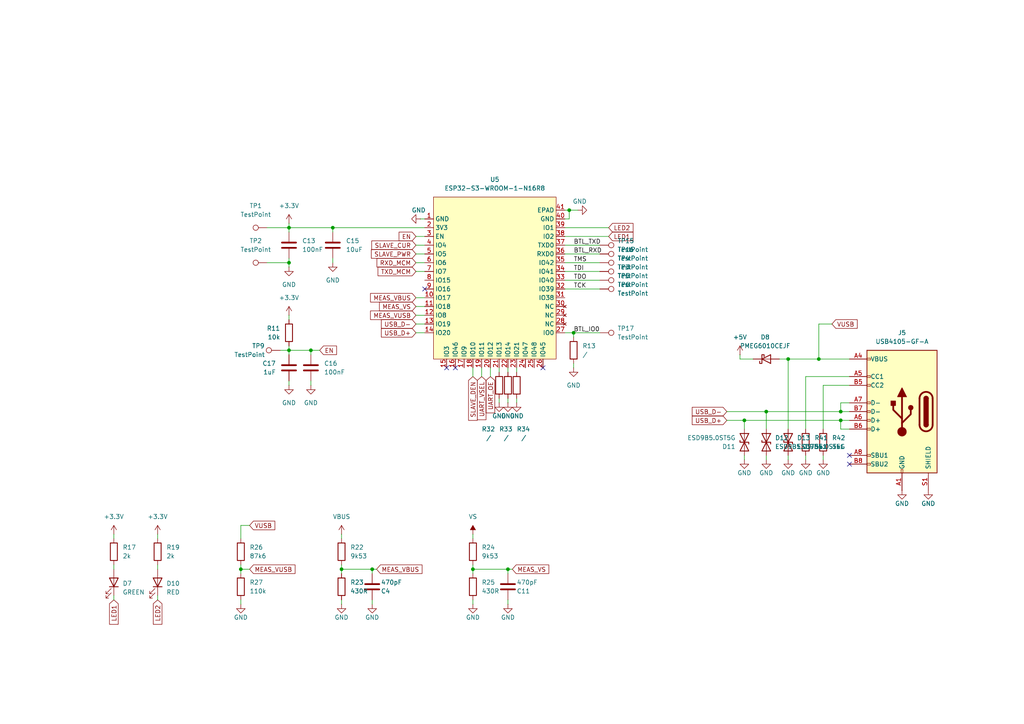
<source format=kicad_sch>
(kicad_sch (version 20250114) (generator "eeschema") (generator_version "9.0")
  (paper "A4")
  (lib_symbols
    (symbol "Connector:TestPoint" (pin_numbers (hide yes)) (pin_names (offset 0.762) (hide yes))
      (property "Reference" "TP" (at 0 6.858 0))
      (property "Value" "TestPoint" (at 0 5.08 0))
      (symbol "TestPoint_0_1"
        (circle (center 0 3.302) (radius 0.762))
      )
      (symbol "TestPoint_1_1"
        (pin passive line (at 0 0 90) (length 2.54) (name "1") (number "1"))
      )
    )
    (symbol "Connector:USB_C_Receptacle_USB2.0_16P" (pin_names (offset 1.016))
      (property "Reference" "J" (at 0 22.225 0))
      (property "Value" "USB_C_Receptacle_USB2.0_16P" (at 0 19.685 0))
      (symbol "USB_C_Receptacle_USB2.0_16P_0_0"
        (rectangle (start -0.254 -17.78) (end 0.254 -16.764))
        (rectangle (start 10.16 15.494) (end 9.144 14.986))
        (rectangle (start 10.16 10.414) (end 9.144 9.906))
        (rectangle (start 10.16 7.874) (end 9.144 7.366))
        (rectangle (start 10.16 2.794) (end 9.144 2.286))
        (rectangle (start 10.16 0.254) (end 9.144 -0.254))
        (rectangle (start 10.16 -2.286) (end 9.144 -2.794))
        (rectangle (start 10.16 -4.826) (end 9.144 -5.334))
        (rectangle (start 10.16 -12.446) (end 9.144 -12.954))
        (rectangle (start 10.16 -14.986) (end 9.144 -15.494))
      )
      (symbol "USB_C_Receptacle_USB2.0_16P_0_1"
        (rectangle (start -10.16 17.78) (end 10.16 -17.78) (stroke (width 0.254)) (fill (type background)))
        (polyline (pts (xy -8.89 -3.81) (xy -8.89 3.81)) (stroke (width 0.508)))
        (rectangle (start -7.62 -3.81) (end -6.35 3.81) (stroke (width 0.254)) (fill (type outline)))
        (arc (start -7.62 3.81) (mid -6.985 4.4423) (end -6.35 3.81) (stroke (width 0.254)))
        (arc (start -7.62 3.81) (mid -6.985 4.4423) (end -6.35 3.81) (stroke (width 0.254)) (fill (type outline)))
        (arc (start -8.89 3.81) (mid -6.985 5.7067) (end -5.08 3.81) (stroke (width 0.508)))
        (arc (start -5.08 -3.81) (mid -6.985 -5.7067) (end -8.89 -3.81) (stroke (width 0.508)))
        (arc (start -6.35 -3.81) (mid -6.985 -4.4423) (end -7.62 -3.81) (stroke (width 0.254)))
        (arc (start -6.35 -3.81) (mid -6.985 -4.4423) (end -7.62 -3.81) (stroke (width 0.254)) (fill (type outline)))
        (polyline (pts (xy -5.08 3.81) (xy -5.08 -3.81)) (stroke (width 0.508)))
        (circle (center -2.54 1.143) (radius 0.635) (stroke (width 0.254)) (fill (type outline)))
        (polyline (pts (xy -1.27 4.318) (xy 0 6.858) (xy 1.27 4.318) (xy -1.27 4.318)) (stroke (width 0.254)) (fill (type outline)))
        (polyline (pts (xy 0 -2.032) (xy 2.54 0.508) (xy 2.54 1.778)) (stroke (width 0.508)))
        (polyline (pts (xy 0 -3.302) (xy -2.54 -0.762) (xy -2.54 0.508)) (stroke (width 0.508)))
        (polyline (pts (xy 0 -5.842) (xy 0 4.318)) (stroke (width 0.508)))
        (circle (center 0 -5.842) (radius 1.27) (fill (type outline)))
        (rectangle (start 1.905 1.778) (end 3.175 3.048) (stroke (width 0.254)) (fill (type outline)))
      )
      (symbol "USB_C_Receptacle_USB2.0_16P_1_1"
        (pin passive line (at -7.62 -22.86 90) (length 5.08) (name "SHIELD") (number "S1"))
        (pin passive line (at 0 -22.86 90) (length 5.08) (name "GND") (number "A1"))
        (pin passive line (at 0 -22.86 90) (length 5.08) (hide yes) (name "GND") (number "A12"))
        (pin passive line (at 0 -22.86 90) (length 5.08) (hide yes) (name "GND") (number "B1"))
        (pin passive line (at 0 -22.86 90) (length 5.08) (hide yes) (name "GND") (number "B12"))
        (pin passive line (at 15.24 15.24 180) (length 5.08) (name "VBUS") (number "A4"))
        (pin passive line (at 15.24 15.24 180) (length 5.08) (hide yes) (name "VBUS") (number "A9"))
        (pin passive line (at 15.24 15.24 180) (length 5.08) (hide yes) (name "VBUS") (number "B4"))
        (pin passive line (at 15.24 15.24 180) (length 5.08) (hide yes) (name "VBUS") (number "B9"))
        (pin bidirectional line (at 15.24 10.16 180) (length 5.08) (name "CC1") (number "A5"))
        (pin bidirectional line (at 15.24 7.62 180) (length 5.08) (name "CC2") (number "B5"))
        (pin bidirectional line (at 15.24 2.54 180) (length 5.08) (name "D-") (number "A7"))
        (pin bidirectional line (at 15.24 0 180) (length 5.08) (name "D-") (number "B7"))
        (pin bidirectional line (at 15.24 -2.54 180) (length 5.08) (name "D+") (number "A6"))
        (pin bidirectional line (at 15.24 -5.08 180) (length 5.08) (name "D+") (number "B6"))
        (pin bidirectional line (at 15.24 -12.7 180) (length 5.08) (name "SBU1") (number "A8"))
        (pin bidirectional line (at 15.24 -15.24 180) (length 5.08) (name "SBU2") (number "B8"))
      )
    )
    (symbol "Device:C" (pin_numbers (hide yes)) (pin_names (offset 0.254))
      (property "Reference" "C" (at 0.635 2.54 0))
      (property "Value" "C" (at 0.635 -2.54 0))
      (symbol "C_0_1"
        (polyline (pts (xy -2.032 0.762) (xy 2.032 0.762)) (stroke (width 0.508)))
        (polyline (pts (xy -2.032 -0.762) (xy 2.032 -0.762)) (stroke (width 0.508)))
      )
      (symbol "C_1_1"
        (pin passive line (at 0 3.81 270) (length 2.794) (name "~") (number "1"))
        (pin passive line (at 0 -3.81 90) (length 2.794) (name "~") (number "2"))
      )
    )
    (symbol "Device:D_Schottky" (pin_numbers (hide yes)) (pin_names (offset 1.016) (hide yes))
      (property "Reference" "D" (at 0 2.54 0))
      (property "Value" "D_Schottky" (at 0 -2.54 0))
      (symbol "D_Schottky_0_1"
        (polyline (pts (xy -1.905 0.635) (xy -1.905 1.27) (xy -1.27 1.27) (xy -1.27 -1.27) (xy -0.635 -1.27) (xy -0.635 -0.635)) (stroke (width 0.254)))
        (polyline (pts (xy 1.27 1.27) (xy 1.27 -1.27) (xy -1.27 0) (xy 1.27 1.27)) (stroke (width 0.254)))
        (polyline (pts (xy 1.27 0) (xy -1.27 0)))
      )
      (symbol "D_Schottky_1_1"
        (pin passive line (at -3.81 0 0) (length 2.54) (name "K") (number "1"))
        (pin passive line (at 3.81 0 180) (length 2.54) (name "A") (number "2"))
      )
    )
    (symbol "Device:D_TVS" (pin_numbers (hide yes)) (pin_names (offset 1.016) (hide yes))
      (property "Reference" "D" (at 0 2.54 0))
      (property "Value" "D_TVS" (at 0 -2.54 0))
      (symbol "D_TVS_0_1"
        (polyline (pts (xy -2.54 1.27) (xy -2.54 -1.27) (xy 2.54 1.27) (xy 2.54 -1.27) (xy -2.54 1.27)) (stroke (width 0.254)))
        (polyline (pts (xy 0.508 1.27) (xy 0 1.27) (xy 0 -1.27) (xy -0.508 -1.27)) (stroke (width 0.254)))
        (polyline (pts (xy 1.27 0) (xy -1.27 0)))
      )
      (symbol "D_TVS_1_1"
        (pin passive line (at -3.81 0 0) (length 2.54) (name "A1") (number "1"))
        (pin passive line (at 3.81 0 180) (length 2.54) (name "A2") (number "2"))
      )
    )
    (symbol "Device:LED" (pin_numbers (hide yes)) (pin_names (offset 1.016) (hide yes))
      (property "Reference" "D" (at 0 2.54 0))
      (property "Value" "LED" (at 0 -2.54 0))
      (symbol "LED_0_1"
        (polyline (pts (xy -3.048 -0.762) (xy -4.572 -2.286) (xy -3.81 -2.286) (xy -4.572 -2.286) (xy -4.572 -1.524)))
        (polyline (pts (xy -1.778 -0.762) (xy -3.302 -2.286) (xy -2.54 -2.286) (xy -3.302 -2.286) (xy -3.302 -1.524)))
        (polyline (pts (xy -1.27 0) (xy 1.27 0)))
        (polyline (pts (xy -1.27 -1.27) (xy -1.27 1.27)) (stroke (width 0.254)))
        (polyline (pts (xy 1.27 -1.27) (xy 1.27 1.27) (xy -1.27 0) (xy 1.27 -1.27)) (stroke (width 0.254)))
      )
      (symbol "LED_1_1"
        (pin passive line (at -3.81 0 0) (length 2.54) (name "K") (number "1"))
        (pin passive line (at 3.81 0 180) (length 2.54) (name "A") (number "2"))
      )
    )
    (symbol "Device:R" (pin_numbers (hide yes)) (pin_names (offset 0))
      (property "Reference" "R" (at 2.032 0 90))
      (property "Value" "R" (at 0 0 90))
      (symbol "R_0_1"
        (rectangle (start -1.016 -2.54) (end 1.016 2.54) (stroke (width 0.254)))
      )
      (symbol "R_1_1"
        (pin passive line (at 0 3.81 270) (length 1.27) (name "~") (number "1"))
        (pin passive line (at 0 -3.81 90) (length 1.27) (name "~") (number "2"))
      )
    )
    (symbol "Melexis:ESP32-S3-WROOM-2"
      (property "Reference" "U" (at -16.51 26.67 0))
      (property "Value" "ESP32-S3-WROOM-2" (at -6.35 24.13 0))
      (symbol "ESP32-S3-WROOM-2_0_1"
        (rectangle (start -17.78 22.86) (end 17.78 -24.13) (fill (type background)))
      )
      (symbol "ESP32-S3-WROOM-2_1_1"
        (pin power_in line (at -20.32 16.51 0) (length 2.54) (name "GND") (number "1"))
        (pin power_in line (at -20.32 13.97 0) (length 2.54) (name "3V3") (number "2"))
        (pin input line (at -20.32 11.43 0) (length 2.54) (name "EN") (number "3"))
        (pin bidirectional line (at -20.32 8.89 0) (length 2.54) (name "IO4") (number "4"))
        (pin bidirectional line (at -20.32 6.35 0) (length 2.54) (name "IO5") (number "5"))
        (pin bidirectional line (at -20.32 3.81 0) (length 2.54) (name "IO6") (number "6"))
        (pin bidirectional line (at -20.32 1.27 0) (length 2.54) (name "IO7") (number "7"))
        (pin bidirectional line (at -20.32 -1.27 0) (length 2.54) (name "IO15") (number "8"))
        (pin bidirectional line (at -20.32 -3.81 0) (length 2.54) (name "IO16") (number "9"))
        (pin bidirectional line (at -20.32 -6.35 0) (length 2.54) (name "IO17") (number "10"))
        (pin bidirectional line (at -20.32 -8.89 0) (length 2.54) (name "IO18") (number "11"))
        (pin bidirectional line (at -20.32 -11.43 0) (length 2.54) (name "IO8") (number "12"))
        (pin bidirectional line (at -20.32 -13.97 0) (length 2.54) (name "IO19") (number "13"))
        (pin bidirectional line (at -20.32 -16.51 0) (length 2.54) (name "IO20") (number "14"))
        (pin bidirectional line (at -13.97 -26.67 90) (length 2.54) (name "IO3") (number "15"))
        (pin bidirectional line (at -11.43 -26.67 90) (length 2.54) (name "IO46") (number "16"))
        (pin bidirectional line (at -8.89 -26.67 90) (length 2.54) (name "IO9") (number "17"))
        (pin bidirectional line (at -6.35 -26.67 90) (length 2.54) (name "IO10") (number "18"))
        (pin bidirectional line (at -3.81 -26.67 90) (length 2.54) (name "IO11") (number "19"))
        (pin bidirectional line (at -1.27 -26.67 90) (length 2.54) (name "IO12") (number "20"))
        (pin bidirectional line (at 1.27 -26.67 90) (length 2.54) (name "IO13") (number "21"))
        (pin bidirectional line (at 3.81 -26.67 90) (length 2.54) (name "IO14") (number "22"))
        (pin bidirectional line (at 6.35 -26.67 90) (length 2.54) (name "IO21") (number "23"))
        (pin bidirectional line (at 8.89 -26.67 90) (length 2.54) (name "IO47") (number "24"))
        (pin bidirectional line (at 11.43 -26.67 90) (length 2.54) (name "IO48") (number "25"))
        (pin bidirectional line (at 13.97 -26.67 90) (length 2.54) (name "IO45") (number "26"))
        (pin power_in line (at 20.32 19.05 180) (length 2.54) (name "EPAD") (number "41"))
        (pin power_in line (at 20.32 16.51 180) (length 2.54) (name "GND") (number "40"))
        (pin bidirectional line (at 20.32 13.97 180) (length 2.54) (name "IO1") (number "39"))
        (pin bidirectional line (at 20.32 11.43 180) (length 2.54) (name "IO2") (number "38"))
        (pin output line (at 20.32 8.89 180) (length 2.54) (name "TXD0") (number "37"))
        (pin input line (at 20.32 6.35 180) (length 2.54) (name "RXD0") (number "36"))
        (pin bidirectional line (at 20.32 3.81 180) (length 2.54) (name "IO42") (number "35"))
        (pin bidirectional line (at 20.32 1.27 180) (length 2.54) (name "IO41") (number "34"))
        (pin bidirectional line (at 20.32 -1.27 180) (length 2.54) (name "IO40") (number "33"))
        (pin bidirectional line (at 20.32 -3.81 180) (length 2.54) (name "IO39") (number "32"))
        (pin bidirectional line (at 20.32 -6.35 180) (length 2.54) (name "IO38") (number "31"))
        (pin no_connect line (at 20.32 -8.89 180) (length 2.54) (name "NC") (number "30"))
        (pin no_connect line (at 20.32 -11.43 180) (length 2.54) (name "NC") (number "29"))
        (pin no_connect line (at 20.32 -13.97 180) (length 2.54) (name "NC") (number "28"))
        (pin bidirectional line (at 20.32 -16.51 180) (length 2.54) (name "IO0") (number "27"))
      )
    )
    (symbol "power:+3.3V" (power) (pin_numbers (hide yes)) (pin_names (offset 0) (hide yes))
      (property "Value" "+3.3V" (at 0 3.556 0))
      (symbol "+3.3V_0_1"
        (polyline (pts (xy -0.762 1.27) (xy 0 2.54)))
        (polyline (pts (xy 0 2.54) (xy 0.762 1.27)))
        (polyline (pts (xy 0 0) (xy 0 2.54)))
      )
      (symbol "+3.3V_1_1"
        (pin power_in line (at 0 0 90) (length 0) (name "~") (number "1"))
      )
    )
    (symbol "power:+5V" (power) (pin_numbers (hide yes)) (pin_names (offset 0) (hide yes))
      (property "Value" "+5V" (at 0 3.556 0))
      (symbol "+5V_0_1"
        (polyline (pts (xy -0.762 1.27) (xy 0 2.54)))
        (polyline (pts (xy 0 2.54) (xy 0.762 1.27)))
        (polyline (pts (xy 0 0) (xy 0 2.54)))
      )
      (symbol "+5V_1_1"
        (pin power_in line (at 0 0 90) (length 0) (name "~") (number "1"))
      )
    )
    (symbol "power:GND" (power) (pin_numbers (hide yes)) (pin_names (offset 0) (hide yes))
      (property "Value" "GND" (at 0 -3.81 0))
      (symbol "GND_0_1"
        (polyline (pts (xy 0 0) (xy 0 -1.27) (xy 1.27 -1.27) (xy 0 -2.54) (xy -1.27 -1.27) (xy 0 -1.27)))
      )
      (symbol "GND_1_1"
        (pin power_in line (at 0 0 270) (length 0) (name "~") (number "1"))
      )
    )
    (symbol "power:VBUS" (power) (pin_numbers (hide yes)) (pin_names (offset 0) (hide yes))
      (property "Value" "VBUS" (at 0 3.556 0))
      (symbol "VBUS_0_1"
        (polyline (pts (xy -0.762 1.27) (xy 0 2.54)))
        (polyline (pts (xy 0 2.54) (xy 0.762 1.27)))
        (polyline (pts (xy 0 0) (xy 0 2.54)))
      )
      (symbol "VBUS_1_1"
        (pin power_in line (at 0 0 90) (length 0) (name "~") (number "1"))
      )
    )
    (symbol "power:VS" (power) (pin_numbers (hide yes)) (pin_names (offset 0) (hide yes))
      (property "Value" "VS" (at 0 3.556 0))
      (symbol "VS_0_1"
        (polyline (pts (xy 0 0) (xy 0 2.54)))
        (polyline (pts (xy 0.762 1.27) (xy -0.762 1.27) (xy 0 2.54) (xy 0.762 1.27)) (fill (type outline)))
      )
      (symbol "VS_1_1"
        (pin power_in line (at 0 0 90) (length 0) (name "~") (number "1"))
      )
    )
  )
  (junction (at 165.1 60.96))
  (junction (at 237.49 104.14))
  (junction (at 69.85 165.1))
  (junction (at 83.82 101.6))
  (junction (at 166.37 96.52))
  (junction (at 147.32 165.1))
  (junction (at 99.06 165.1))
  (junction (at 243.84 121.92))
  (junction (at 215.9 121.92))
  (junction (at 90.17 101.6))
  (junction (at 137.16 165.1))
  (junction (at 83.82 76.2))
  (junction (at 96.52 66.04))
  (junction (at 83.82 66.04))
  (junction (at 107.95 165.1))
  (junction (at 243.84 119.38))
  (junction (at 228.6 104.14))
  (junction (at 222.25 119.38))
  (no_connect (at 157.48 106.68))
  (no_connect (at 246.38 134.62))
  (no_connect (at 132.08 106.68))
  (no_connect (at 123.19 83.82))
  (no_connect (at 129.54 106.68))
  (no_connect (at 246.38 132.08))
  (wire (pts (xy 99.06 165.1) (xy 107.95 165.1)))
  (wire (pts (xy 210.82 119.38) (xy 222.25 119.38)))
  (wire (pts (xy 121.92 63.5) (xy 123.19 63.5)))
  (wire (pts (xy 210.82 121.92) (xy 215.9 121.92)))
  (wire (pts (xy 120.65 93.98) (xy 123.19 93.98)))
  (wire (pts (xy 222.25 119.38) (xy 222.25 124.46)))
  (wire (pts (xy 163.83 71.12) (xy 173.99 71.12)))
  (wire (pts (xy 163.83 66.04) (xy 176.53 66.04)))
  (wire (pts (xy 149.86 106.68) (xy 149.86 107.95)))
  (wire (pts (xy 233.68 124.46) (xy 233.68 109.22)))
  (wire (pts (xy 77.47 66.04) (xy 83.82 66.04)))
  (wire (pts (xy 83.82 110.49) (xy 83.82 111.76)))
  (wire (pts (xy 147.32 173.99) (xy 147.32 175.26)))
  (wire (pts (xy 99.06 154.94) (xy 99.06 156.21)))
  (wire (pts (xy 215.9 132.08) (xy 215.9 133.35)))
  (wire (pts (xy 69.85 165.1) (xy 72.39 165.1)))
  (wire (pts (xy 33.02 154.94) (xy 33.02 156.21)))
  (wire (pts (xy 163.83 68.58) (xy 176.53 68.58)))
  (wire (pts (xy 120.65 78.74) (xy 123.19 78.74)))
  (wire (pts (xy 237.49 93.98) (xy 237.49 104.14)))
  (wire (pts (xy 147.32 165.1) (xy 148.59 165.1)))
  (wire (pts (xy 238.76 132.08) (xy 238.76 133.35)))
  (wire (pts (xy 69.85 152.4) (xy 69.85 156.21)))
  (wire (pts (xy 99.06 173.99) (xy 99.06 175.26)))
  (wire (pts (xy 214.63 104.14) (xy 218.44 104.14)))
  (wire (pts (xy 215.9 121.92) (xy 215.9 124.46)))
  (wire (pts (xy 33.02 172.72) (xy 33.02 173.99)))
  (wire (pts (xy 120.65 71.12) (xy 123.19 71.12)))
  (wire (pts (xy 163.83 81.28) (xy 173.99 81.28)))
  (wire (pts (xy 149.86 115.57) (xy 149.86 116.84)))
  (wire (pts (xy 83.82 74.93) (xy 83.82 76.2)))
  (wire (pts (xy 120.65 76.2) (xy 123.19 76.2)))
  (wire (pts (xy 120.65 73.66) (xy 123.19 73.66)))
  (wire (pts (xy 246.38 124.46) (xy 243.84 124.46)))
  (wire (pts (xy 144.78 106.68) (xy 144.78 107.95)))
  (wire (pts (xy 77.47 76.2) (xy 83.82 76.2)))
  (wire (pts (xy 99.06 165.1) (xy 99.06 166.37)))
  (wire (pts (xy 120.65 91.44) (xy 123.19 91.44)))
  (wire (pts (xy 163.83 83.82) (xy 173.99 83.82)))
  (wire (pts (xy 165.1 63.5) (xy 165.1 60.96)))
  (wire (pts (xy 215.9 121.92) (xy 243.84 121.92)))
  (wire (pts (xy 96.52 66.04) (xy 83.82 66.04)))
  (wire (pts (xy 226.06 104.14) (xy 228.6 104.14)))
  (wire (pts (xy 241.3 93.98) (xy 237.49 93.98)))
  (wire (pts (xy 214.63 102.87) (xy 214.63 104.14)))
  (wire (pts (xy 228.6 104.14) (xy 228.6 124.46)))
  (wire (pts (xy 137.16 154.94) (xy 137.16 156.21)))
  (wire (pts (xy 233.68 132.08) (xy 233.68 133.35)))
  (wire (pts (xy 120.65 68.58) (xy 123.19 68.58)))
  (wire (pts (xy 120.65 96.52) (xy 123.19 96.52)))
  (wire (pts (xy 83.82 91.44) (xy 83.82 92.71)))
  (wire (pts (xy 147.32 115.57) (xy 147.32 116.84)))
  (wire (pts (xy 166.37 96.52) (xy 166.37 97.79)))
  (wire (pts (xy 243.84 121.92) (xy 246.38 121.92)))
  (wire (pts (xy 163.83 63.5) (xy 165.1 63.5)))
  (wire (pts (xy 83.82 101.6) (xy 90.17 101.6)))
  (wire (pts (xy 69.85 165.1) (xy 69.85 166.37)))
  (wire (pts (xy 222.25 119.38) (xy 243.84 119.38)))
  (wire (pts (xy 45.72 163.83) (xy 45.72 165.1)))
  (wire (pts (xy 163.83 60.96) (xy 165.1 60.96)))
  (wire (pts (xy 222.25 132.08) (xy 222.25 133.35)))
  (wire (pts (xy 83.82 76.2) (xy 83.82 77.47)))
  (wire (pts (xy 165.1 60.96) (xy 167.64 60.96)))
  (wire (pts (xy 142.24 106.68) (xy 142.24 109.22)))
  (wire (pts (xy 99.06 163.83) (xy 99.06 165.1)))
  (wire (pts (xy 137.16 165.1) (xy 137.16 166.37)))
  (wire (pts (xy 96.52 74.93) (xy 96.52 76.2)))
  (wire (pts (xy 237.49 104.14) (xy 246.38 104.14)))
  (wire (pts (xy 69.85 163.83) (xy 69.85 165.1)))
  (wire (pts (xy 92.71 101.6) (xy 90.17 101.6)))
  (wire (pts (xy 163.83 73.66) (xy 173.99 73.66)))
  (wire (pts (xy 83.82 67.31) (xy 83.82 66.04)))
  (wire (pts (xy 45.72 154.94) (xy 45.72 156.21)))
  (wire (pts (xy 107.95 165.1) (xy 109.22 165.1)))
  (wire (pts (xy 72.39 152.4) (xy 69.85 152.4)))
  (wire (pts (xy 90.17 101.6) (xy 90.17 102.87)))
  (wire (pts (xy 166.37 105.41) (xy 166.37 106.68)))
  (wire (pts (xy 137.16 173.99) (xy 137.16 175.26)))
  (wire (pts (xy 243.84 119.38) (xy 246.38 119.38)))
  (wire (pts (xy 246.38 116.84) (xy 243.84 116.84)))
  (wire (pts (xy 238.76 124.46) (xy 238.76 111.76)))
  (wire (pts (xy 139.7 106.68) (xy 139.7 109.22)))
  (wire (pts (xy 107.95 173.99) (xy 107.95 175.26)))
  (wire (pts (xy 228.6 132.08) (xy 228.6 133.35)))
  (wire (pts (xy 243.84 116.84) (xy 243.84 119.38)))
  (wire (pts (xy 107.95 165.1) (xy 107.95 166.37)))
  (wire (pts (xy 90.17 110.49) (xy 90.17 111.76)))
  (wire (pts (xy 96.52 67.31) (xy 96.52 66.04)))
  (wire (pts (xy 69.85 173.99) (xy 69.85 175.26)))
  (wire (pts (xy 163.83 76.2) (xy 173.99 76.2)))
  (wire (pts (xy 147.32 106.68) (xy 147.32 107.95)))
  (wire (pts (xy 83.82 100.33) (xy 83.82 101.6)))
  (wire (pts (xy 120.65 88.9) (xy 123.19 88.9)))
  (wire (pts (xy 81.28 101.6) (xy 83.82 101.6)))
  (wire (pts (xy 163.83 78.74) (xy 173.9605 78.74)))
  (wire (pts (xy 144.78 115.57) (xy 144.78 116.84)))
  (wire (pts (xy 163.83 96.52) (xy 166.37 96.52)))
  (wire (pts (xy 147.32 165.1) (xy 147.32 166.37)))
  (wire (pts (xy 137.16 163.83) (xy 137.16 165.1)))
  (wire (pts (xy 166.37 96.52) (xy 173.99 96.52)))
  (wire (pts (xy 96.52 66.04) (xy 123.19 66.04)))
  (wire (pts (xy 137.16 165.1) (xy 147.32 165.1)))
  (wire (pts (xy 137.16 106.68) (xy 137.16 109.22)))
  (wire (pts (xy 83.82 64.77) (xy 83.82 66.04)))
  (wire (pts (xy 228.6 104.14) (xy 237.49 104.14)))
  (wire (pts (xy 233.68 109.22) (xy 246.38 109.22)))
  (wire (pts (xy 45.72 172.72) (xy 45.72 173.99)))
  (wire (pts (xy 243.84 124.46) (xy 243.84 121.92)))
  (wire (pts (xy 238.76 111.76) (xy 246.38 111.76)))
  (wire (pts (xy 120.65 86.36) (xy 123.19 86.36)))
  (wire (pts (xy 83.82 101.6) (xy 83.82 102.87)))
  (wire (pts (xy 33.02 163.83) (xy 33.02 165.1)))
  (label "TCK" (at 166.37 83.82 0))
  (label "BTL_IO0" (at 166.37 96.52 0))
  (label "TDI" (at 166.37 78.74 0))
  (label "TDO" (at 166.37 81.28 0))
  (label "BTL_TXD" (at 166.37 71.12 0))
  (label "TMS" (at 166.37 76.2 0))
  (label "BTL_RXD" (at 166.37 73.66 0))
  (global_label "UART_VSEL" (shape input) (at 139.7 109.22 270) (property "Intersheetrefs" "${INTERSHEET_REFS}" (effects (hide yes))))
  (global_label "VUSB" (shape input) (at 241.3 93.98 0) (property "Intersheetrefs" "${INTERSHEET_REFS}" (effects (hide yes))))
  (global_label "RXD_MCM" (shape input) (at 120.65 76.2 180) (property "Intersheetrefs" "${INTERSHEET_REFS}" (effects (hide yes))))
  (global_label "MEAS_VUSB" (shape input) (at 120.65 91.44 180) (property "Intersheetrefs" "${INTERSHEET_REFS}" (effects (hide yes))))
  (global_label "UART_OE" (shape input) (at 142.24 109.22 270) (property "Intersheetrefs" "${INTERSHEET_REFS}" (effects (hide yes))))
  (global_label "MEAS_VBUS" (shape input) (at 109.22 165.1 0) (property "Intersheetrefs" "${INTERSHEET_REFS}" (effects (hide yes))))
  (global_label "LED1" (shape input) (at 176.53 68.58 0) (property "Intersheetrefs" "${INTERSHEET_REFS}" (effects (hide yes))))
  (global_label "VUSB" (shape input) (at 72.39 152.4 0) (property "Intersheetrefs" "${INTERSHEET_REFS}" (effects (hide yes))))
  (global_label "SLAVE_PWR" (shape input) (at 120.65 73.66 180) (property "Intersheetrefs" "${INTERSHEET_REFS}" (effects (hide yes))))
  (global_label "MEAS_VBUS" (shape input) (at 120.65 86.36 180) (property "Intersheetrefs" "${INTERSHEET_REFS}" (effects (hide yes))))
  (global_label "MEAS_VUSB" (shape input) (at 72.39 165.1 0) (property "Intersheetrefs" "${INTERSHEET_REFS}" (effects (hide yes))))
  (global_label "EN" (shape input) (at 120.65 68.58 180) (property "Intersheetrefs" "${INTERSHEET_REFS}" (effects (hide yes))))
  (global_label "MEAS_VS" (shape input) (at 120.65 88.9 180) (property "Intersheetrefs" "${INTERSHEET_REFS}" (effects (hide yes))))
  (global_label "LED1" (shape input) (at 33.02 173.99 270) (property "Intersheetrefs" "${INTERSHEET_REFS}" (effects (hide yes))))
  (global_label "LED2" (shape input) (at 176.53 66.04 0) (property "Intersheetrefs" "${INTERSHEET_REFS}" (effects (hide yes))))
  (global_label "MEAS_VS" (shape input) (at 148.59 165.1 0) (property "Intersheetrefs" "${INTERSHEET_REFS}" (effects (hide yes))))
  (global_label "TXD_MCM" (shape input) (at 120.65 78.74 180) (property "Intersheetrefs" "${INTERSHEET_REFS}" (effects (hide yes))))
  (global_label "USB_D+" (shape input) (at 210.82 121.92 180) (property "Intersheetrefs" "${INTERSHEET_REFS}" (effects (hide yes))))
  (global_label "USB_D+" (shape input) (at 120.65 96.52 180) (property "Intersheetrefs" "${INTERSHEET_REFS}" (effects (hide yes))))
  (global_label "SLAVE_CUR" (shape input) (at 120.65 71.12 180) (property "Intersheetrefs" "${INTERSHEET_REFS}" (effects (hide yes))))
  (global_label "USB_D-" (shape input) (at 210.82 119.38 180) (property "Intersheetrefs" "${INTERSHEET_REFS}" (effects (hide yes))))
  (global_label "EN" (shape input) (at 92.71 101.6 0) (property "Intersheetrefs" "${INTERSHEET_REFS}" (effects (hide yes))))
  (global_label "USB_D-" (shape input) (at 120.65 93.98 180) (property "Intersheetrefs" "${INTERSHEET_REFS}" (effects (hide yes))))
  (global_label "SLAVE_DEN" (shape input) (at 137.16 109.22 270) (property "Intersheetrefs" "${INTERSHEET_REFS}" (effects (hide yes))))
  (global_label "LED2" (shape input) (at 45.72 173.99 270) (property "Intersheetrefs" "${INTERSHEET_REFS}" (effects (hide yes))))
  (symbol (lib_id "power:GND") (at 147.32 116.84 0) (unit 1)
    (property "Reference" "#PWR0156" (effects (hide yes)))
    (property "Value" "GND" (at 147.32 120.65 0))
    (property "Description" "Power symbol creates a global label with name \"GND\" , ground" (effects (hide yes)))
  )
  (symbol (lib_id "power:GND") (at 233.68 133.35 0) (mirror y) (unit 1)
    (property "Reference" "#PWR035" (effects (hide yes)))
    (property "Value" "GND" (at 233.68 137.16 0))
    (property "Description" "Power symbol creates a global label with name \"GND\" , ground" (effects (hide yes)))
  )
  (symbol (lib_id "power:GND") (at 222.25 133.35 0) (mirror y) (unit 1)
    (property "Reference" "#PWR0130" (effects (hide yes)))
    (property "Value" "GND" (at 222.25 137.16 0))
    (property "Description" "Power symbol creates a global label with name \"GND\" , ground" (effects (hide yes)))
  )
  (symbol (lib_id "Connector:TestPoint") (at 173.99 71.12 270) (unit 1)
    (property "Reference" "TP15" (at 179.07 69.8499 90) (effects (justify left)))
    (property "Value" "TestPoint" (at 179.07 72.3899 90) (effects (justify left)))
    (property "Footprint" "TestPoint:TestPoint_Pad_D1.0mm" (effects (hide yes)))
    (property "Description" "test point" (effects (hide yes)))
  )
  (symbol (lib_id "power:GND") (at 83.82 77.47 0) (unit 1)
    (property "Reference" "#PWR0140" (effects (hide yes)))
    (property "Value" "GND" (at 83.82 82.55 0))
    (property "Description" "Power symbol creates a global label with name \"GND\" , ground" (effects (hide yes)))
  )
  (symbol (lib_id "Device:R") (at 69.85 170.18 0) (unit 1)
    (property "Reference" "R27" (at 72.39 168.9099 0) (effects (justify left)))
    (property "Value" "110k" (at 72.39 171.4499 0) (effects (justify left)))
    (property "Footprint" "Resistor_SMD:R_0402_1005Metric" (effects (hide yes)))
    (property "Description" "RES SMD 110K OHM 1% 1/10W 0402" (effects (hide yes)))
  )
  (symbol (lib_id "Device:LED") (at 33.02 168.91 270) (mirror x) (unit 1)
    (property "Reference" "D7" (at 35.56 169.2274 90) (effects (justify left)))
    (property "Value" "GREEN" (at 35.56 171.7674 90) (effects (justify left)))
    (property "Footprint" "LED_SMD:LED_0603_1608Metric" (effects (hide yes)))
    (property "Description" "150060VS55040" (effects (hide yes)))
    (property "Sim.Pins" "1=K 2=A" (effects (hide yes)))
  )
  (symbol (lib_id "power:GND") (at 166.37 106.68 0) (unit 1)
    (property "Reference" "#PWR0154" (effects (hide yes)))
    (property "Value" "GND" (at 166.37 111.76 0))
    (property "Description" "Power symbol creates a global label with name \"GND\" , ground" (effects (hide yes)))
  )
  (symbol (lib_id "Connector:TestPoint") (at 173.99 83.82 270) (unit 1)
    (property "Reference" "TP6" (at 179.07 82.5499 90) (effects (justify left)))
    (property "Value" "TestPoint" (at 179.07 85.0899 90) (effects (justify left)))
    (property "Footprint" "TestPoint:TestPoint_Pad_D1.0mm" (effects (hide yes)))
    (property "Description" "test point" (effects (hide yes)))
  )
  (symbol (lib_id "Device:LED") (at 45.72 168.91 270) (mirror x) (unit 1)
    (property "Reference" "D10" (at 48.26 169.2274 90) (effects (justify left)))
    (property "Value" "RED" (at 48.26 171.7674 90) (effects (justify left)))
    (property "Footprint" "LED_SMD:LED_0603_1608Metric" (effects (hide yes)))
    (property "Description" "150060RS55040" (effects (hide yes)))
    (property "Sim.Pins" "1=K 2=A" (effects (hide yes)))
  )
  (symbol (lib_id "Connector:TestPoint") (at 173.9605 78.74 270) (unit 1)
    (property "Reference" "TP3" (at 179.0405 77.4699 90) (effects (justify left)))
    (property "Value" "TestPoint" (at 179.0405 80.0099 90) (effects (justify left)))
    (property "Footprint" "TestPoint:TestPoint_Pad_D1.0mm" (effects (hide yes)))
    (property "Description" "test point" (effects (hide yes)))
  )
  (symbol (lib_id "power:+3.3V") (at 33.02 154.94 0) (unit 1)
    (property "Reference" "#PWR0139" (effects (hide yes)))
    (property "Value" "+3.3V" (at 33.02 149.86 0))
    (property "Description" "Power symbol creates a global label with name \"+3.3V\"" (effects (hide yes)))
  )
  (symbol (lib_id "Device:D_TVS") (at 222.25 128.27 270) (unit 1)
    (property "Reference" "D12" (at 224.79 126.9999 90) (effects (justify left)))
    (property "Value" "ESD9B5.0ST5G" (at 224.79 129.5399 90) (effects (justify left)))
    (property "Footprint" "Diode_SMD:D_SOD-923" (effects (hide yes)))
    (property "Description" "ESD9B5.0ST5G" (effects (hide yes)))
  )
  (symbol (lib_id "Device:R") (at 45.72 160.02 180) (unit 1)
    (property "Reference" "R19" (at 48.26 158.7499 0) (effects (justify right)))
    (property "Value" "2k" (at 48.26 161.2899 0) (effects (justify right)))
    (property "Footprint" "Resistor_SMD:R_0603_1608Metric" (effects (hide yes)))
    (property "Description" "RES 2K OHM 1% 1/10W 0603" (effects (hide yes)))
  )
  (symbol (lib_id "power:VBUS") (at 99.06 154.94 0) (unit 1)
    (property "Reference" "#PWR0146" (effects (hide yes)))
    (property "Value" "VBUS" (at 99.06 149.86 0))
    (property "Description" "Power symbol creates a global label with name \"VBUS\"" (effects (hide yes)))
  )
  (symbol (lib_id "Connector:TestPoint") (at 173.99 76.2 270) (unit 1)
    (property "Reference" "TP4" (at 179.07 74.9299 90) (effects (justify left)))
    (property "Value" "TestPoint" (at 179.07 77.4699 90) (effects (justify left)))
    (property "Footprint" "TestPoint:TestPoint_Pad_D1.0mm" (effects (hide yes)))
    (property "Description" "test point" (effects (hide yes)))
  )
  (symbol (lib_id "power:GND") (at 107.95 175.26 0) (mirror y) (unit 1)
    (property "Reference" "#PWR0147" (effects (hide yes)))
    (property "Value" "GND" (at 107.95 179.07 0))
    (property "Description" "Power symbol creates a global label with name \"GND\" , ground" (effects (hide yes)))
  )
  (symbol (lib_id "Device:C") (at 90.17 106.68 180) (unit 1)
    (property "Reference" "C16" (at 93.98 105.4099 0) (effects (justify right)))
    (property "Value" "100nF" (at 93.98 107.9499 0) (effects (justify right)))
    (property "Footprint" "Capacitor_SMD:C_0402_1005Metric" (effects (hide yes)))
    (property "Description" "CAP CER 0.1UF 25V X7R 0402" (effects (hide yes)))
  )
  (symbol (lib_id "power:GND") (at 90.17 111.76 0) (mirror y) (unit 1)
    (property "Reference" "#PWR0142" (effects (hide yes)))
    (property "Value" "GND" (at 90.17 116.84 0))
    (property "Description" "Power symbol creates a global label with name \"GND\" , ground" (effects (hide yes)))
  )
  (symbol (lib_id "Connector:TestPoint") (at 77.47 66.04 90) (unit 1)
    (property "Reference" "TP1" (at 74.168 59.69 90))
    (property "Value" "TestPoint" (at 74.168 62.23 90))
    (property "Footprint" "TestPoint:TestPoint_Pad_D1.5mm" (effects (hide yes)))
    (property "Description" "test point" (effects (hide yes)))
  )
  (symbol (lib_id "power:+3.3V") (at 83.82 64.77 0) (unit 1)
    (property "Reference" "#PWR0144" (effects (hide yes)))
    (property "Value" "+3.3V" (at 83.82 59.69 0))
    (property "Description" "Power symbol creates a global label with name \"+3.3V\"" (effects (hide yes)))
  )
  (symbol (lib_id "power:GND") (at 261.62 142.24 0) (mirror y) (unit 1)
    (property "Reference" "#PWR037" (effects (hide yes)))
    (property "Value" "GND" (at 261.62 146.05 0))
    (property "Description" "Power symbol creates a global label with name \"GND\" , ground" (effects (hide yes)))
  )
  (symbol (lib_id "Device:R") (at 238.76 128.27 0) (unit 1)
    (property "Reference" "R42" (at 241.3 126.9999 0) (effects (justify left)))
    (property "Value" "5k1" (at 241.3 129.5399 0) (effects (justify left)))
    (property "Footprint" "Resistor_SMD:R_0402_1005Metric" (effects (hide yes)))
    (property "Description" "RES 5.1K OHM 1% 1/16W 0402" (effects (hide yes)))
  )
  (symbol (lib_id "power:GND") (at 69.85 175.26 0) (mirror y) (unit 1)
    (property "Reference" "#PWR0137" (effects (hide yes)))
    (property "Value" "GND" (at 69.85 179.07 0))
    (property "Description" "Power symbol creates a global label with name \"GND\" , ground" (effects (hide yes)))
  )
  (symbol (lib_id "Device:R") (at 147.32 111.76 0) (unit 1)
    (property "Reference" "R33" (at 144.78 124.46 0) (effects (justify left)))
    (property "Value" "/" (at 146.05 127 0) (effects (justify left)))
    (property "Footprint" "Resistor_SMD:R_0402_1005Metric" (effects (hide yes)))
    (property "Description" "Resistor" (effects (hide yes)))
  )
  (symbol (lib_id "Connector:USB_C_Receptacle_USB2.0_16P") (at 261.62 119.38 0) (mirror y) (unit 1)
    (property "Reference" "J5" (at 261.62 96.52 0))
    (property "Value" "USB4105-GF-A" (at 261.62 99.06 0))
    (property "Footprint" "Connector_USB:USB_C_Receptacle_GCT_USB4105-xx-A_16P_TopMnt_Horizontal" (effects (hide yes)))
    (property "Datasheet" "https://www.usb.org/sites/default/files/documents/usb_type-c.zip" (effects (hide yes)))
    (property "Description" "USB 2.0-only 16P Type-C Receptacle connector" (effects (hide yes)))
  )
  (symbol (lib_id "power:+3.3V") (at 45.72 154.94 0) (unit 1)
    (property "Reference" "#PWR0138" (effects (hide yes)))
    (property "Value" "+3.3V" (at 45.72 149.86 0))
    (property "Description" "Power symbol creates a global label with name \"+3.3V\"" (effects (hide yes)))
  )
  (symbol (lib_id "Device:D_TVS") (at 228.6 128.27 270) (unit 1)
    (property "Reference" "D13" (at 231.14 126.9999 90) (effects (justify left)))
    (property "Value" "ESD9B5.0ST5G" (at 231.14 129.5399 90) (effects (justify left)))
    (property "Footprint" "Diode_SMD:D_SOD-923" (effects (hide yes)))
    (property "Description" "ESD9B5.0ST5G" (effects (hide yes)))
  )
  (symbol (lib_id "Device:D_Schottky") (at 222.25 104.14 0) (mirror x) (unit 1)
    (property "Reference" "D8" (at 221.9325 97.79 0))
    (property "Value" "PMEG6010CEJF" (at 221.9325 100.33 0))
    (property "Footprint" "Diode_SMD:D_SOD-323F" (effects (hide yes)))
    (property "Description" "DIODE SCHOTTKY 60V 1A SOD323F" (effects (hide yes)))
  )
  (symbol (lib_id "Device:C") (at 83.82 106.68 0) (mirror y) (unit 1)
    (property "Reference" "C17" (at 80.01 105.4099 0) (effects (justify left)))
    (property "Value" "1uF" (at 80.01 107.9499 0) (effects (justify left)))
    (property "Footprint" "Capacitor_SMD:C_0402_1005Metric" (effects (hide yes)))
    (property "Description" "CAP CER 1UF 10V X5R 0402" (effects (hide yes)))
  )
  (symbol (lib_id "Device:R") (at 33.02 160.02 180) (unit 1)
    (property "Reference" "R17" (at 35.56 158.7499 0) (effects (justify right)))
    (property "Value" "2k" (at 35.56 161.2899 0) (effects (justify right)))
    (property "Footprint" "Resistor_SMD:R_0603_1608Metric" (effects (hide yes)))
    (property "Description" "RES 2K OHM 1% 1/10W 0603" (effects (hide yes)))
  )
  (symbol (lib_id "Device:R") (at 69.85 160.02 0) (unit 1)
    (property "Reference" "R26" (at 72.39 158.7499 0) (effects (justify left)))
    (property "Value" "87k6" (at 72.39 161.2899 0) (effects (justify left)))
    (property "Footprint" "Resistor_SMD:R_0402_1005Metric" (effects (hide yes)))
    (property "Description" "RES SMD 87.6KOHM 0.1% 1/16W 0402" (effects (hide yes)))
  )
  (symbol (lib_id "Melexis:ESP32-S3-WROOM-2") (at 143.51 80.01 0) (unit 1)
    (property "Reference" "U5" (at 143.51 52.07 0))
    (property "Value" "ESP32-S3-WROOM-1-N16R8" (at 143.51 54.61 0))
    (property "Footprint" "Melexis:ESP32-S3-WROOM-2" (effects (hide yes)))
  )
  (symbol (lib_id "Device:R") (at 137.16 170.18 0) (unit 1)
    (property "Reference" "R25" (at 139.7 168.9099 0) (effects (justify left)))
    (property "Value" "430R" (at 139.7 171.4499 0) (effects (justify left)))
    (property "Footprint" "Resistor_SMD:R_0402_1005Metric" (effects (hide yes)))
    (property "Description" "RES 430 OHM 1% 1/16W 0402" (effects (hide yes)))
  )
  (symbol (lib_id "power:GND") (at 96.52 76.2 0) (unit 1)
    (property "Reference" "#PWR0151" (effects (hide yes)))
    (property "Value" "GND" (at 96.52 81.28 0))
    (property "Description" "Power symbol creates a global label with name \"GND\" , ground" (effects (hide yes)))
  )
  (symbol (lib_id "Device:C") (at 83.82 71.12 0) (unit 1)
    (property "Reference" "C13" (at 87.63 69.8499 0) (effects (justify left)))
    (property "Value" "100nF" (at 87.63 72.3899 0) (effects (justify left)))
    (property "Footprint" "Capacitor_SMD:C_0402_1005Metric" (effects (hide yes)))
    (property "Description" "CAP CER 0.1UF 25V X7R 0402" (effects (hide yes)))
  )
  (symbol (lib_id "Device:D_TVS") (at 215.9 128.27 270) (unit 1)
    (property "Reference" "D11" (at 213.36 129.5401 90) (effects (justify right)))
    (property "Value" "ESD9B5.0ST5G" (at 213.36 127.0001 90) (effects (justify right)))
    (property "Footprint" "Diode_SMD:D_SOD-923" (effects (hide yes)))
    (property "Description" "ESD9B5.0ST5G" (effects (hide yes)))
  )
  (symbol (lib_id "Device:C") (at 107.95 170.18 0) (mirror x) (unit 1)
    (property "Reference" "C4" (at 110.49 171.45 0) (effects (justify left)))
    (property "Value" "470pF" (at 110.49 168.91 0) (effects (justify left)))
    (property "Footprint" "Capacitor_SMD:C_0402_1005Metric" (effects (hide yes)))
    (property "Description" "CAP CER 470PF 50V X7R 0402" (effects (hide yes)))
  )
  (symbol (lib_id "power:GND") (at 149.86 116.84 0) (unit 1)
    (property "Reference" "#PWR0155" (effects (hide yes)))
    (property "Value" "GND" (at 149.86 120.65 0))
    (property "Description" "Power symbol creates a global label with name \"GND\" , ground" (effects (hide yes)))
  )
  (symbol (lib_id "power:GND") (at 228.6 133.35 0) (mirror y) (unit 1)
    (property "Reference" "#PWR01" (effects (hide yes)))
    (property "Value" "GND" (at 228.6 137.16 0))
    (property "Description" "Power symbol creates a global label with name \"GND\" , ground" (effects (hide yes)))
  )
  (symbol (lib_id "power:GND") (at 121.92 63.5 270) (unit 1)
    (property "Reference" "#PWR0153" (effects (hide yes)))
    (property "Value" "GND" (at 119.38 60.96 90) (effects (justify left)))
    (property "Description" "Power symbol creates a global label with name \"GND\" , ground" (effects (hide yes)))
  )
  (symbol (lib_id "Connector:TestPoint") (at 173.99 73.66 270) (unit 1)
    (property "Reference" "TP16" (at 179.07 72.3899 90) (effects (justify left)))
    (property "Value" "TestPoint" (at 179.07 74.9299 90) (effects (justify left)))
    (property "Footprint" "TestPoint:TestPoint_Pad_D1.0mm" (effects (hide yes)))
    (property "Description" "test point" (effects (hide yes)))
  )
  (symbol (lib_id "power:GND") (at 99.06 175.26 0) (mirror y) (unit 1)
    (property "Reference" "#PWR0148" (effects (hide yes)))
    (property "Value" "GND" (at 99.06 179.07 0))
    (property "Description" "Power symbol creates a global label with name \"GND\" , ground" (effects (hide yes)))
  )
  (symbol (lib_id "power:VS") (at 137.16 154.94 0) (unit 1)
    (property "Reference" "#PWR0149" (effects (hide yes)))
    (property "Value" "VS" (at 137.16 149.86 0))
    (property "Description" "Power symbol creates a global label with name \"VS\"" (effects (hide yes)))
  )
  (symbol (lib_id "Connector:TestPoint") (at 77.47 76.2 90) (unit 1)
    (property "Reference" "TP2" (at 74.168 69.85 90))
    (property "Value" "TestPoint" (at 74.168 72.39 90))
    (property "Footprint" "TestPoint:TestPoint_Pad_D1.5mm" (effects (hide yes)))
    (property "Description" "test point" (effects (hide yes)))
  )
  (symbol (lib_id "Connector:TestPoint") (at 81.28 101.6 90) (unit 1)
    (property "Reference" "TP9" (at 74.93 100.33 90))
    (property "Value" "TestPoint" (at 72.39 102.87 90))
    (property "Footprint" "TestPoint:TestPoint_Pad_D1.0mm" (effects (hide yes)))
    (property "Description" "test point" (effects (hide yes)))
  )
  (symbol (lib_id "Device:C") (at 96.52 71.12 0) (unit 1)
    (property "Reference" "C15" (at 100.33 69.8499 0) (effects (justify left)))
    (property "Value" "10uF" (at 100.33 72.3899 0) (effects (justify left)))
    (property "Footprint" "Capacitor_SMD:C_1206_3216Metric" (effects (hide yes)))
    (property "Description" "CAP CER 10UF 25V X7R 1206" (effects (hide yes)))
  )
  (symbol (lib_id "power:GND") (at 144.78 116.84 0) (unit 1)
    (property "Reference" "#PWR0157" (effects (hide yes)))
    (property "Value" "GND" (at 144.78 120.65 0))
    (property "Description" "Power symbol creates a global label with name \"GND\" , ground" (effects (hide yes)))
  )
  (symbol (lib_id "Connector:TestPoint") (at 173.99 81.28 270) (unit 1)
    (property "Reference" "TP5" (at 179.07 80.0099 90) (effects (justify left)))
    (property "Value" "TestPoint" (at 179.07 82.5499 90) (effects (justify left)))
    (property "Footprint" "TestPoint:TestPoint_Pad_D1.0mm" (effects (hide yes)))
    (property "Description" "test point" (effects (hide yes)))
  )
  (symbol (lib_id "Device:R") (at 166.37 101.6 0) (unit 1)
    (property "Reference" "R13" (at 168.91 100.3299 0) (effects (justify left)))
    (property "Value" "/" (at 168.91 102.8699 0) (effects (justify left)))
    (property "Footprint" "Resistor_SMD:R_0402_1005Metric" (effects (hide yes)))
    (property "Description" "Resistor" (effects (hide yes)))
  )
  (symbol (lib_id "Device:R") (at 233.68 128.27 0) (unit 1)
    (property "Reference" "R41" (at 236.22 126.9999 0) (effects (justify left)))
    (property "Value" "5k1" (at 236.22 129.5399 0) (effects (justify left)))
    (property "Footprint" "Resistor_SMD:R_0402_1005Metric" (effects (hide yes)))
    (property "Description" "RES 5.1K OHM 1% 1/16W 0402" (effects (hide yes)))
  )
  (symbol (lib_id "Device:R") (at 144.78 111.76 0) (unit 1)
    (property "Reference" "R32" (at 139.7 124.46 0) (effects (justify left)))
    (property "Value" "/" (at 140.97 127 0) (effects (justify left)))
    (property "Footprint" "Resistor_SMD:R_0402_1005Metric" (effects (hide yes)))
    (property "Description" "Resistor" (effects (hide yes)))
  )
  (symbol (lib_id "power:GND") (at 147.32 175.26 0) (mirror y) (unit 1)
    (property "Reference" "#PWR0150" (effects (hide yes)))
    (property "Value" "GND" (at 147.32 179.07 0))
    (property "Description" "Power symbol creates a global label with name \"GND\" , ground" (effects (hide yes)))
  )
  (symbol (lib_id "Device:R") (at 99.06 170.18 0) (unit 1)
    (property "Reference" "R23" (at 101.6 168.9099 0) (effects (justify left)))
    (property "Value" "430R" (at 101.6 171.4499 0) (effects (justify left)))
    (property "Footprint" "Resistor_SMD:R_0402_1005Metric" (effects (hide yes)))
    (property "Description" "RES 430 OHM 1% 1/16W 0402" (effects (hide yes)))
  )
  (symbol (lib_id "Device:R") (at 137.16 160.02 0) (unit 1)
    (property "Reference" "R24" (at 139.7 158.7499 0) (effects (justify left)))
    (property "Value" "9k53" (at 139.7 161.2899 0) (effects (justify left)))
    (property "Footprint" "Resistor_SMD:R_0402_1005Metric" (effects (hide yes)))
    (property "Description" "RES 9k53 OHM 1% 1/16W 0402" (effects (hide yes)))
  )
  (symbol (lib_id "Device:C") (at 147.32 170.18 0) (mirror x) (unit 1)
    (property "Reference" "C11" (at 149.86 171.45 0) (effects (justify left)))
    (property "Value" "470pF" (at 149.86 168.91 0) (effects (justify left)))
    (property "Footprint" "Capacitor_SMD:C_0402_1005Metric" (effects (hide yes)))
    (property "Description" "CAP CER 470PF 50V X7R 0402" (effects (hide yes)))
  )
  (symbol (lib_id "Connector:TestPoint") (at 173.99 96.52 270) (unit 1)
    (property "Reference" "TP17" (at 179.07 95.2499 90) (effects (justify left)))
    (property "Value" "TestPoint" (at 179.07 97.7899 90) (effects (justify left)))
    (property "Footprint" "TestPoint:TestPoint_Pad_D1.0mm" (effects (hide yes)))
    (property "Description" "test point" (effects (hide yes)))
  )
  (symbol (lib_id "Device:R") (at 149.86 111.76 0) (unit 1)
    (property "Reference" "R34" (at 149.86 124.46 0) (effects (justify left)))
    (property "Value" "/" (at 151.13 127 0) (effects (justify left)))
    (property "Footprint" "Resistor_SMD:R_0402_1005Metric" (effects (hide yes)))
    (property "Description" "Resistor" (effects (hide yes)))
  )
  (symbol (lib_id "power:GND") (at 83.82 111.76 0) (mirror y) (unit 1)
    (property "Reference" "#PWR0143" (effects (hide yes)))
    (property "Value" "GND" (at 83.82 116.84 0))
    (property "Description" "Power symbol creates a global label with name \"GND\" , ground" (effects (hide yes)))
  )
  (symbol (lib_id "power:GND") (at 269.24 142.24 0) (mirror y) (unit 1)
    (property "Reference" "#PWR038" (effects (hide yes)))
    (property "Value" "GND" (at 269.24 146.05 0))
    (property "Description" "Power symbol creates a global label with name \"GND\" , ground" (effects (hide yes)))
  )
  (symbol (lib_id "power:+5V") (at 214.63 102.87 0) (mirror y) (unit 1)
    (property "Reference" "#PWR0132" (effects (hide yes)))
    (property "Value" "+5V" (at 214.63 97.79 0))
    (property "Description" "Power symbol creates a global label with name \"+5V\"" (effects (hide yes)))
  )
  (symbol (lib_id "Device:R") (at 83.82 96.52 0) (mirror y) (unit 1)
    (property "Reference" "R11" (at 81.28 95.2499 0) (effects (justify left)))
    (property "Value" "10k" (at 81.28 97.7899 0) (effects (justify left)))
    (property "Footprint" "Resistor_SMD:R_0402_1005Metric" (effects (hide yes)))
    (property "Description" "RES SMD 10K OHM 1% 1/16W 0402" (effects (hide yes)))
  )
  (symbol (lib_id "Device:R") (at 99.06 160.02 0) (unit 1)
    (property "Reference" "R22" (at 101.6 158.7499 0) (effects (justify left)))
    (property "Value" "9k53" (at 101.6 161.2899 0) (effects (justify left)))
    (property "Footprint" "Resistor_SMD:R_0402_1005Metric" (effects (hide yes)))
    (property "Description" "RES 9k53 OHM 1% 1/16W 0402" (effects (hide yes)))
  )
  (symbol (lib_id "power:GND") (at 167.64 60.96 90) (unit 1)
    (property "Reference" "#PWR0152" (effects (hide yes)))
    (property "Value" "GND" (at 170.18 58.42 90) (effects (justify left)))
    (property "Description" "Power symbol creates a global label with name \"GND\" , ground" (effects (hide yes)))
  )
  (symbol (lib_id "power:GND") (at 238.76 133.35 0) (mirror y) (unit 1)
    (property "Reference" "#PWR036" (effects (hide yes)))
    (property "Value" "GND" (at 238.76 137.16 0))
    (property "Description" "Power symbol creates a global label with name \"GND\" , ground" (effects (hide yes)))
  )
  (symbol (lib_id "power:+3.3V") (at 83.82 91.44 0) (mirror y) (unit 1)
    (property "Reference" "#PWR0141" (effects (hide yes)))
    (property "Value" "+3.3V" (at 83.82 86.36 0))
    (property "Description" "Power symbol creates a global label with name \"+3.3V\"" (effects (hide yes)))
  )
  (symbol (lib_id "power:GND") (at 137.16 175.26 0) (mirror y) (unit 1)
    (property "Reference" "#PWR0145" (effects (hide yes)))
    (property "Value" "GND" (at 137.16 179.07 0))
    (property "Description" "Power symbol creates a global label with name \"GND\" , ground" (effects (hide yes)))
  )
  (symbol (lib_id "power:GND") (at 215.9 133.35 0) (mirror y) (unit 1)
    (property "Reference" "#PWR0131" (effects (hide yes)))
    (property "Value" "GND" (at 215.9 137.16 0))
    (property "Description" "Power symbol creates a global label with name \"GND\" , ground" (effects (hide yes)))
  )
)
</source>
